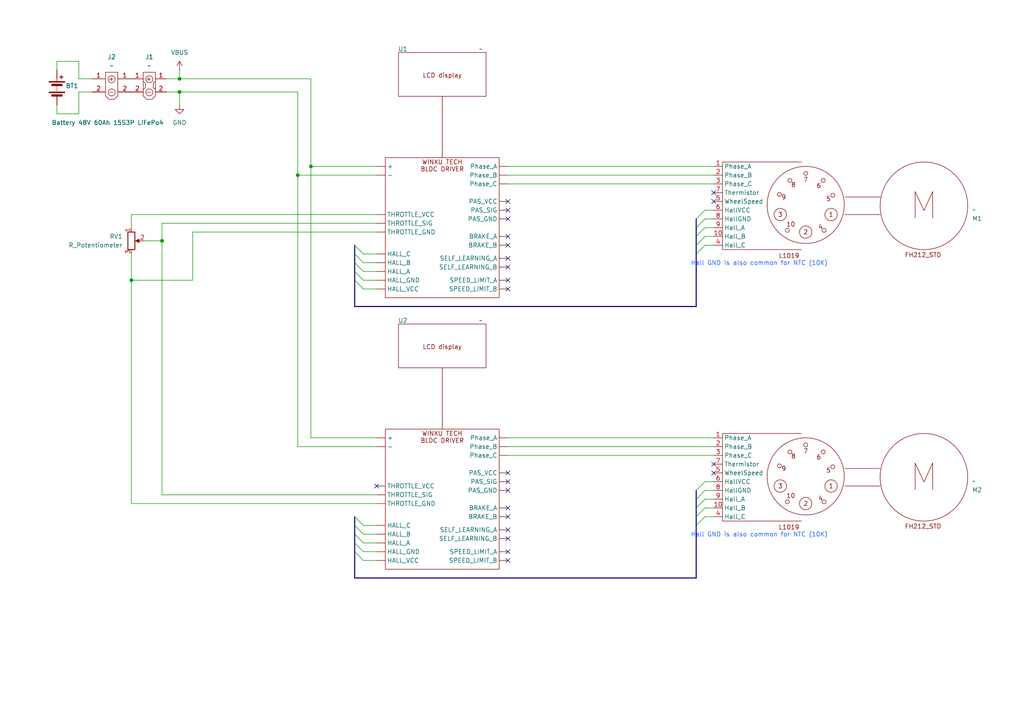
<source format=kicad_sch>
(kicad_sch (version 20250114) (generator "eeschema") (generator_version "9.0")
  (paper "A4")
  (lib_symbols
    (symbol "Device:Battery" (pin_numbers (hide yes)) (pin_names (offset 0) (hide yes))
      (property "Reference" "BT" (at 2.54 2.54 0))
      (property "Value" "Battery" (at 2.54 0 0))
      (symbol "Battery_0_1"
        (rectangle (start -2.286 1.778) (end 2.286 1.524) (fill (type outline)))
        (rectangle (start -2.286 -1.27) (end 2.286 -1.524) (fill (type outline)))
        (rectangle (start -1.524 1.016) (end 1.524 0.508) (fill (type outline)))
        (rectangle (start -1.524 -2.032) (end 1.524 -2.54) (fill (type outline)))
        (polyline (pts (xy 0 1.778) (xy 0 2.54)))
        (polyline (pts (xy 0 0) (xy 0 0.254)))
        (polyline (pts (xy 0 -0.508) (xy 0 -0.254)))
        (polyline (pts (xy 0 -1.016) (xy 0 -0.762)))
        (polyline (pts (xy 0.762 3.048) (xy 1.778 3.048)) (stroke (width 0.254)))
        (polyline (pts (xy 1.27 3.556) (xy 1.27 2.54)) (stroke (width 0.254)))
      )
      (symbol "Battery_1_1"
        (pin passive line (at 0 5.08 270) (length 2.54) (name "+") (number "1"))
        (pin passive line (at 0 -5.08 90) (length 2.54) (name "-") (number "2"))
      )
    )
    (symbol "Device:R_Potentiometer" (pin_names (offset 1.016) (hide yes))
      (property "Reference" "RV" (at -4.445 0 90))
      (property "Value" "R_Potentiometer" (at -2.54 0 90))
      (symbol "R_Potentiometer_0_1"
        (rectangle (start 1.016 2.54) (end -1.016 -2.54) (stroke (width 0.254)))
        (polyline (pts (xy 1.143 0) (xy 2.286 0.508) (xy 2.286 -0.508) (xy 1.143 0)) (fill (type outline)))
        (polyline (pts (xy 2.54 0) (xy 1.524 0)))
      )
      (symbol "R_Potentiometer_1_1"
        (pin passive line (at 0 3.81 270) (length 1.27) (name "1") (number "1"))
        (pin passive line (at 0 -3.81 90) (length 1.27) (name "3") (number "3"))
        (pin passive line (at 3.81 0 180) (length 1.27) (name "2") (number "2"))
      )
    )
    (symbol "WINXUTECH_1"
      (property "Reference" "U" (at -16.002 20.828 0))
      (symbol "WINXUTECH_1_0_1"
        (rectangle (start -16.51 20.32) (end 16.51 -20.32))
        (rectangle (start -12.7 50.8) (end 12.7 38.1))
        (polyline (pts (xy 0 20.32) (xy 0 38.1)))
      )
      (symbol "WINXUTECH_1_1_1"
        (text "LCD display" (at 0 44.196 0) (effects (font (size 1.27 1.27))))
        (text "WINXU TECH\nBLDC DRIVER" (at 0 18.034 0) (effects (font (size 1.27 1.27))))
        (pin power_in line (at -19.05 17.78 0) (length 2.54) (name "+") (number ""))
        (pin power_in line (at -19.05 15.24 0) (length 2.54) (name "-") (number ""))
        (pin input line (at -19.05 3.81 0) (length 2.54) (name "THROTTLE_VCC") (number ""))
        (pin input line (at -19.05 1.27 0) (length 2.54) (name "THROTTLE_SIG") (number ""))
        (pin input line (at -19.05 -1.27 0) (length 2.54) (name "THROTTLE_GND") (number ""))
        (pin input line (at -19.05 -7.62 0) (length 2.54) (name "HALL_C") (number ""))
        (pin input line (at -19.05 -10.16 0) (length 2.54) (name "HALL_B") (number ""))
        (pin input line (at -19.05 -12.7 0) (length 2.54) (name "HALL_A") (number ""))
        (pin power_out line (at -19.05 -15.24 0) (length 2.54) (name "HALL_GND") (number ""))
        (pin power_out line (at -19.05 -17.78 0) (length 2.54) (name "HALL_VCC") (number ""))
        (pin power_out line (at 19.05 17.78 180) (length 2.54) (name "Phase_A") (number ""))
        (pin power_out line (at 19.05 15.24 180) (length 2.54) (name "Phase_B") (number ""))
        (pin power_out line (at 19.05 12.7 180) (length 2.54) (name "Phase_C") (number ""))
        (pin input line (at 19.05 7.62 180) (length 2.54) (name "PAS_VCC") (number ""))
        (pin input line (at 19.05 5.08 180) (length 2.54) (name "PAS_SIG") (number ""))
        (pin input line (at 19.05 2.54 180) (length 2.54) (name "PAS_GND") (number ""))
        (pin input line (at 19.05 -2.54 180) (length 2.54) (name "BRAKE_A") (number ""))
        (pin input line (at 19.05 -5.08 180) (length 2.54) (name "BRAKE_B") (number ""))
        (pin input line (at 19.05 -8.89 180) (length 2.54) (name "SELF_LEARNING_A") (number ""))
        (pin input line (at 19.05 -11.43 180) (length 2.54) (name "SELF_LEARNING_B") (number ""))
        (pin input line (at 19.05 -15.24 180) (length 2.54) (name "SPEED_LIMIT_A") (number ""))
        (pin input line (at 19.05 -17.78 180) (length 2.54) (name "SPEED_LIMIT_B") (number ""))
      )
    )
    (symbol "neodrive_components:FH212_STD"
      (property "Reference" "M" (at -20.828 14.224 0))
      (symbol "FH212_STD_0_1"
        (circle (center -15.24 0) (radius 12.7))
        (polyline (pts (xy -2.54 -2.54) (xy 7.62 -2.54)))
        (polyline (pts (xy 7.62 2.54) (xy -2.54 2.54)))
        (circle (center 11.176 3.048) (radius 0.568))
        (circle (center 11.684 -2.54) (radius 1.7961))
        (circle (center 13.716 -7.112) (radius 0.568))
        (circle (center 13.97 7.366) (radius 0.568))
        (circle (center 19.05 9.398) (radius 0.568))
        (circle (center 19.05 0.254) (radius 11.176))
        (circle (center 19.05 -7.62) (radius 1.7961))
        (polyline (pts (xy 20.32 12.7) (xy 43.18 12.7) (xy 43.18 -12.7) (xy 20.32 -12.7)))
        (circle (center 23.622 7.366) (radius 0.568))
        (circle (center 24.384 -7.112) (radius 0.568))
        (circle (center 26.416 -2.54) (radius 1.7961))
        (circle (center 26.67 3.302) (radius 0.568))
      )
      (symbol "FH212_STD_1_1"
        (text "M" (at -15.24 0 0) (effects (font (size 7.62 7.62))))
        (text "FH212_STD" (at -14.986 -14.224 0) (effects (font (size 1.27 1.27))))
        (text "1" (at 11.684 -2.54 0) (effects (font (size 1.27 1.27))))
        (text "5" (at 12.446 2.032 0) (effects (font (size 1.27 1.27))))
        (text "4" (at 14.732 -6.096 0) (effects (font (size 1.27 1.27))))
        (text "6" (at 15.24 5.842 0) (effects (font (size 1.27 1.27))))
        (text "7" (at 19.05 7.62 0) (effects (font (size 1.27 1.27))))
        (text "2\n" (at 19.05 -7.62 0) (effects (font (size 1.27 1.27))))
        (text "8" (at 22.606 6.096 0) (effects (font (size 1.27 1.27))))
        (text "10" (at 23.368 -5.334 0) (effects (font (size 1.27 1.27))))
        (text "L1019" (at 23.876 -14.478 0) (effects (font (size 1.27 1.27))))
        (text "9" (at 25.4 2.54 0) (effects (font (size 1.27 1.27))))
        (text "3" (at 26.416 -2.54 0) (effects (font (size 1.27 1.27))))
        (text "Hall GND is also common for NTC (10K)" (at 32.512 -16.51 0) (effects (font (size 1.27 1.27))))
        (pin input line (at 45.72 11.43 180) (length 2.54) (name "Phase_A") (number "1"))
        (pin input line (at 45.72 8.89 180) (length 2.54) (name "Phase_B") (number "2"))
        (pin input line (at 45.72 6.35 180) (length 2.54) (name "Phase_C") (number "3"))
        (pin input line (at 45.72 3.81 180) (length 2.54) (name "Thermistor") (number "7"))
        (pin input line (at 45.72 1.27 180) (length 2.54) (name "WheelSpeed") (number "5"))
        (pin input line (at 45.72 -1.27 180) (length 2.54) (name "HallVCC") (number "6"))
        (pin input line (at 45.72 -3.81 180) (length 2.54) (name "HallGND") (number "8"))
        (pin input line (at 45.72 -6.35 180) (length 2.54) (name "Hall_A") (number "9"))
        (pin input line (at 45.72 -8.89 180) (length 2.54) (name "Hall_B") (number "10"))
        (pin input line (at 45.72 -11.43 180) (length 2.54) (name "Hall_C") (number "4"))
      )
    )
    (symbol "neodrive_components:WINXUTECH"
      (property "Reference" "U" (at -16.002 20.828 0))
      (symbol "WINXUTECH_0_1"
        (rectangle (start -16.51 20.32) (end 16.51 -20.32))
        (rectangle (start -12.7 50.8) (end 12.7 38.1))
        (polyline (pts (xy 0 20.32) (xy 0 38.1)))
      )
      (symbol "WINXUTECH_1_1"
        (text "LCD display" (at 0 44.196 0) (effects (font (size 1.27 1.27))))
        (text "WINXU TECH\nBLDC DRIVER" (at 0 18.034 0) (effects (font (size 1.27 1.27))))
        (pin power_in line (at -19.05 17.78 0) (length 2.54) (name "+") (number ""))
        (pin power_in line (at -19.05 15.24 0) (length 2.54) (name "-") (number ""))
        (pin input line (at -19.05 3.81 0) (length 2.54) (name "THROTTLE_VCC") (number ""))
        (pin input line (at -19.05 1.27 0) (length 2.54) (name "THROTTLE_SIG") (number ""))
        (pin input line (at -19.05 -1.27 0) (length 2.54) (name "THROTTLE_GND") (number ""))
        (pin input line (at -19.05 -7.62 0) (length 2.54) (name "HALL_C") (number ""))
        (pin input line (at -19.05 -10.16 0) (length 2.54) (name "HALL_B") (number ""))
        (pin input line (at -19.05 -12.7 0) (length 2.54) (name "HALL_A") (number ""))
        (pin power_out line (at -19.05 -15.24 0) (length 2.54) (name "HALL_GND") (number ""))
        (pin power_out line (at -19.05 -17.78 0) (length 2.54) (name "HALL_VCC") (number ""))
        (pin power_out line (at 19.05 17.78 180) (length 2.54) (name "Phase_A") (number ""))
        (pin power_out line (at 19.05 15.24 180) (length 2.54) (name "Phase_B") (number ""))
        (pin power_out line (at 19.05 12.7 180) (length 2.54) (name "Phase_C") (number ""))
        (pin input line (at 19.05 7.62 180) (length 2.54) (name "PAS_VCC") (number ""))
        (pin input line (at 19.05 5.08 180) (length 2.54) (name "PAS_SIG") (number ""))
        (pin input line (at 19.05 2.54 180) (length 2.54) (name "PAS_GND") (number ""))
        (pin input line (at 19.05 -2.54 180) (length 2.54) (name "BRAKE_A") (number ""))
        (pin input line (at 19.05 -5.08 180) (length 2.54) (name "BRAKE_B") (number ""))
        (pin input line (at 19.05 -8.89 180) (length 2.54) (name "SELF_LEARNING_A") (number ""))
        (pin input line (at 19.05 -11.43 180) (length 2.54) (name "SELF_LEARNING_B") (number ""))
        (pin input line (at 19.05 -15.24 180) (length 2.54) (name "SPEED_LIMIT_A") (number ""))
        (pin input line (at 19.05 -17.78 180) (length 2.54) (name "SPEED_LIMIT_B") (number ""))
      )
    )
    (symbol "neodrive_connector:XT30_FEMALE"
      (property "Reference" "J" (at -2.032 6.858 0))
      (symbol "XT30_FEMALE_0_1"
        (polyline (pts (xy -1.524 -0.508) (xy -1.016 0) (xy -1.016 1.27) (xy -1.524 1.778)))
        (circle (center 0.127 2.413) (radius 1.016))
        (circle (center 0.127 -1.397) (radius 1.016))
        (polyline (pts (xy 1.778 1.778) (xy 1.27 1.27) (xy 1.27 0) (xy 1.778 -0.508)))
        (polyline (pts (xy 1.905 4.445) (xy -1.651 4.445) (xy -1.651 -2.413) (xy -0.635 -3.429) (xy 0.889 -3.429) (xy 1.905 -2.413) (xy 1.905 4.445)))
      )
      (symbol "XT30_FEMALE_1_1"
        (text "+" (at 0 2.54 0) (effects (font (size 1.27 1.27))))
        (text "-" (at 0 -1.27 0) (effects (font (size 1.27 1.27))))
        (pin passive line (at -5.08 2.54 0) (length 3.429) (name "") (number "1"))
        (pin passive line (at -5.08 -1.27 0) (length 3.429) (name "") (number "2"))
        (pin passive line (at 5.08 2.54 180) (length 3.175) (name "") (number "1"))
        (pin passive line (at 5.08 -1.27 180) (length 3.175) (name "") (number "2"))
      )
    )
    (symbol "neodrive_connector:XT30_MALE"
      (property "Reference" "J" (at -2.032 4.318 0))
      (symbol "XT30_MALE_0_1"
        (circle (center -0.635 1.143) (radius 1.016))
        (circle (center -0.635 -2.667) (radius 1.016))
        (polyline (pts (xy 1.143 3.175) (xy -2.413 3.175) (xy -2.413 -3.683) (xy -1.397 -4.699) (xy 0.127 -4.699) (xy 1.143 -3.683) (xy 1.143 3.175)))
      )
      (symbol "XT30_MALE_1_1"
        (text "+" (at -0.762 1.27 0) (effects (font (size 1.27 1.27))))
        (text "-" (at -0.762 -2.54 0) (effects (font (size 1.27 1.27))))
        (pin passive line (at -6.35 1.27 0) (length 3.81) (name "") (number "1"))
        (pin passive line (at -6.35 -2.54 0) (length 3.81) (name "") (number "2"))
        (pin passive line (at 5.08 1.27 180) (length 3.81) (name "") (number "1"))
        (pin passive line (at 5.08 -2.54 180) (length 3.81) (name "") (number "2"))
      )
    )
    (symbol "power:GND" (power) (pin_numbers (hide yes)) (pin_names (offset 0) (hide yes))
      (property "Value" "GND" (at 0 -3.81 0))
      (symbol "GND_0_1"
        (polyline (pts (xy 0 0) (xy 0 -1.27) (xy 1.27 -1.27) (xy 0 -2.54) (xy -1.27 -1.27) (xy 0 -1.27)))
      )
      (symbol "GND_1_1"
        (pin power_in line (at 0 0 270) (length 0) (name "~") (number "1"))
      )
    )
    (symbol "power:VBUS" (power) (pin_numbers (hide yes)) (pin_names (offset 0) (hide yes))
      (property "Value" "VBUS" (at 0 3.556 0))
      (symbol "VBUS_0_1"
        (polyline (pts (xy -0.762 1.27) (xy 0 2.54)))
        (polyline (pts (xy 0 2.54) (xy 0.762 1.27)))
        (polyline (pts (xy 0 0) (xy 0 2.54)))
      )
      (symbol "VBUS_1_1"
        (pin power_in line (at 0 0 90) (length 0) (name "~") (number "1"))
      )
    )
  )
  (junction (at 46.99 69.85))
  (junction (at 52.07 22.86))
  (junction (at 52.07 26.67))
  (junction (at 86.36 50.8))
  (junction (at 38.1 81.28))
  (junction (at 90.17 48.26))
  (no_connect (at 207.01 58.42))
  (no_connect (at 147.32 74.93))
  (no_connect (at 207.01 137.16))
  (no_connect (at 147.32 71.12))
  (no_connect (at 147.32 81.28))
  (no_connect (at 147.32 68.58))
  (no_connect (at 147.32 160.02))
  (no_connect (at 147.32 147.32))
  (no_connect (at 147.32 58.42))
  (no_connect (at 147.32 156.21))
  (no_connect (at 147.32 83.82))
  (no_connect (at 207.01 55.88))
  (no_connect (at 147.32 142.24))
  (no_connect (at 207.01 134.62))
  (no_connect (at 109.22 140.97))
  (no_connect (at 147.32 60.96))
  (no_connect (at 147.32 153.67))
  (no_connect (at 147.32 162.56))
  (no_connect (at 147.32 139.7))
  (no_connect (at 147.32 77.47))
  (no_connect (at 147.32 137.16))
  (no_connect (at 147.32 149.86))
  (no_connect (at 147.32 63.5))
  (bus_entry (at 201.93 147.32) (size 2.54 -2.54))
  (bus_entry (at 102.87 160.02) (size 2.54 2.54))
  (bus_entry (at 201.93 63.5) (size 2.54 -2.54))
  (bus_entry (at 102.87 152.4) (size 2.54 2.54))
  (bus_entry (at 102.87 73.66) (size 2.54 2.54))
  (bus_entry (at 102.87 76.2) (size 2.54 2.54))
  (bus_entry (at 102.87 71.12) (size 2.54 2.54))
  (bus_entry (at 201.93 68.58) (size 2.54 -2.54))
  (bus_entry (at 201.93 152.4) (size 2.54 -2.54))
  (bus_entry (at 102.87 157.48) (size 2.54 2.54))
  (bus_entry (at 201.93 142.24) (size 2.54 -2.54))
  (bus_entry (at 102.87 81.28) (size 2.54 2.54))
  (bus_entry (at 201.93 149.86) (size 2.54 -2.54))
  (bus_entry (at 201.93 66.04) (size 2.54 -2.54))
  (bus_entry (at 201.93 71.12) (size 2.54 -2.54))
  (bus_entry (at 102.87 154.94) (size 2.54 2.54))
  (bus_entry (at 102.87 149.86) (size 2.54 2.54))
  (bus_entry (at 201.93 144.78) (size 2.54 -2.54))
  (bus_entry (at 201.93 73.66) (size 2.54 -2.54))
  (bus_entry (at 102.87 78.74) (size 2.54 2.54))
  (wire (pts (xy 86.36 129.54) (xy 109.22 129.54)))
  (bus (pts (xy 102.87 160.02) (xy 102.87 167.64)))
  (wire (pts (xy 147.32 48.26) (xy 207.01 48.26)))
  (wire (pts (xy 86.36 50.8) (xy 86.36 129.54)))
  (wire (pts (xy 105.41 154.94) (xy 109.22 154.94)))
  (wire (pts (xy 90.17 127) (xy 90.17 48.26)))
  (wire (pts (xy 204.47 63.5) (xy 207.01 63.5)))
  (wire (pts (xy 52.07 22.86) (xy 52.07 20.32)))
  (bus (pts (xy 102.87 73.66) (xy 102.87 76.2)))
  (wire (pts (xy 147.32 129.54) (xy 207.01 129.54)))
  (bus (pts (xy 201.93 71.12) (xy 201.93 73.66)))
  (wire (pts (xy 147.32 132.08) (xy 207.01 132.08)))
  (bus (pts (xy 102.87 157.48) (xy 102.87 160.02)))
  (wire (pts (xy 22.86 17.78) (xy 22.86 22.86)))
  (wire (pts (xy 105.41 162.56) (xy 109.22 162.56)))
  (wire (pts (xy 204.47 144.78) (xy 207.01 144.78)))
  (wire (pts (xy 52.07 26.67) (xy 52.07 30.48)))
  (wire (pts (xy 16.51 30.48) (xy 16.51 33.02)))
  (bus (pts (xy 201.93 152.4) (xy 201.93 167.64)))
  (wire (pts (xy 41.91 69.85) (xy 46.99 69.85)))
  (wire (pts (xy 86.36 50.8) (xy 86.36 26.67)))
  (bus (pts (xy 102.87 154.94) (xy 102.87 157.48)))
  (wire (pts (xy 109.22 127) (xy 90.17 127)))
  (wire (pts (xy 105.41 152.4) (xy 109.22 152.4)))
  (bus (pts (xy 201.93 68.58) (xy 201.93 71.12)))
  (wire (pts (xy 109.22 50.8) (xy 86.36 50.8)))
  (wire (pts (xy 22.86 33.02) (xy 22.86 26.67)))
  (wire (pts (xy 105.41 78.74) (xy 109.22 78.74)))
  (wire (pts (xy 16.51 33.02) (xy 22.86 33.02)))
  (bus (pts (xy 201.93 73.66) (xy 201.93 88.9)))
  (wire (pts (xy 38.1 81.28) (xy 38.1 73.66)))
  (wire (pts (xy 46.99 69.85) (xy 46.99 64.77)))
  (wire (pts (xy 22.86 22.86) (xy 26.67 22.86)))
  (bus (pts (xy 102.87 76.2) (xy 102.87 78.74)))
  (bus (pts (xy 102.87 81.28) (xy 102.87 88.9)))
  (bus (pts (xy 102.87 71.12) (xy 102.87 73.66)))
  (wire (pts (xy 147.32 53.34) (xy 207.01 53.34)))
  (wire (pts (xy 105.41 83.82) (xy 109.22 83.82)))
  (wire (pts (xy 204.47 68.58) (xy 207.01 68.58)))
  (wire (pts (xy 38.1 66.04) (xy 38.1 62.23)))
  (wire (pts (xy 204.47 149.86) (xy 207.01 149.86)))
  (bus (pts (xy 201.93 144.78) (xy 201.93 147.32)))
  (wire (pts (xy 55.88 67.31) (xy 55.88 81.28)))
  (wire (pts (xy 204.47 71.12) (xy 207.01 71.12)))
  (wire (pts (xy 147.32 50.8) (xy 207.01 50.8)))
  (wire (pts (xy 46.99 143.51) (xy 46.99 69.85)))
  (wire (pts (xy 105.41 76.2) (xy 109.22 76.2)))
  (bus (pts (xy 102.87 149.86) (xy 102.87 152.4)))
  (bus (pts (xy 201.93 147.32) (xy 201.93 149.86)))
  (wire (pts (xy 204.47 60.96) (xy 207.01 60.96)))
  (bus (pts (xy 201.93 63.5) (xy 201.93 66.04)))
  (wire (pts (xy 86.36 26.67) (xy 52.07 26.67)))
  (wire (pts (xy 204.47 142.24) (xy 207.01 142.24)))
  (wire (pts (xy 90.17 48.26) (xy 90.17 22.86)))
  (wire (pts (xy 109.22 143.51) (xy 46.99 143.51)))
  (bus (pts (xy 201.93 66.04) (xy 201.93 68.58)))
  (bus (pts (xy 201.93 142.24) (xy 201.93 144.78)))
  (wire (pts (xy 38.1 146.05) (xy 38.1 81.28)))
  (bus (pts (xy 201.93 149.86) (xy 201.93 152.4)))
  (wire (pts (xy 90.17 22.86) (xy 52.07 22.86)))
  (bus (pts (xy 201.93 167.64) (xy 102.87 167.64)))
  (wire (pts (xy 38.1 62.23) (xy 109.22 62.23)))
  (wire (pts (xy 204.47 66.04) (xy 207.01 66.04)))
  (wire (pts (xy 105.41 73.66) (xy 109.22 73.66)))
  (wire (pts (xy 105.41 157.48) (xy 109.22 157.48)))
  (wire (pts (xy 109.22 146.05) (xy 38.1 146.05)))
  (wire (pts (xy 48.26 26.67) (xy 52.07 26.67)))
  (wire (pts (xy 16.51 20.32) (xy 16.51 17.78)))
  (bus (pts (xy 102.87 78.74) (xy 102.87 81.28)))
  (bus (pts (xy 201.93 88.9) (xy 102.87 88.9)))
  (wire (pts (xy 46.99 64.77) (xy 109.22 64.77)))
  (wire (pts (xy 147.32 127) (xy 207.01 127)))
  (wire (pts (xy 48.26 22.86) (xy 52.07 22.86)))
  (wire (pts (xy 109.22 48.26) (xy 90.17 48.26)))
  (wire (pts (xy 16.51 17.78) (xy 22.86 17.78)))
  (wire (pts (xy 109.22 67.31) (xy 55.88 67.31)))
  (wire (pts (xy 22.86 26.67) (xy 26.67 26.67)))
  (wire (pts (xy 105.41 81.28) (xy 109.22 81.28)))
  (wire (pts (xy 105.41 160.02) (xy 109.22 160.02)))
  (bus (pts (xy 102.87 152.4) (xy 102.87 154.94)))
  (wire (pts (xy 204.47 147.32) (xy 207.01 147.32)))
  (wire (pts (xy 204.47 139.7) (xy 207.01 139.7)))
  (wire (pts (xy 55.88 81.28) (xy 38.1 81.28)))
  (symbol (lib_id "Device:R_Potentiometer") (at 38.1 69.85 0) (unit 1)
    (property "Reference" "RV1" (at 35.56 68.5799 0) (effects (justify right)))
    (property "Value" "R_Potentiometer" (at 35.56 71.1199 0) (effects (justify right)))
    (property "Description" "Potentiometer" (effects (hide yes)))
  )
  (symbol (lib_id "neodrive_connector:XT30_FEMALE") (at 43.18 25.4 0) (unit 1)
    (property "Reference" "J1" (at 43.307 16.51 0))
    (property "Value" "~" (at 43.307 19.05 0))
  )
  (symbol (lib_id "neodrive_components:FH212_STD") (at 252.73 138.43 0) (mirror y) (unit 1)
    (property "Reference" "M2" (at 281.94 142.116 0) (effects (justify right)))
    (property "Value" "~" (at 281.94 139.576 0) (effects (justify right)))
  )
  (symbol (lib_name "WINXUTECH_1") (lib_id "neodrive_components:WINXUTECH") (at 128.27 144.78 0) (unit 1)
    (property "Reference" "U2" (at 116.84 92.964 0))
    (property "Value" "~" (at 139.446 92.964 0))
  )
  (symbol (lib_id "power:VBUS") (at 52.07 20.32 0) (unit 1)
    (property "Reference" "#PWR02" (effects (hide yes)))
    (property "Value" "VBUS" (at 52.07 15.24 0))
    (property "Description" "Power symbol creates a global label with name \"VBUS\"" (effects (hide yes)))
  )
  (symbol (lib_id "neodrive_connector:XT30_MALE") (at 33.02 24.13 0) (unit 1)
    (property "Reference" "J2" (at 32.385 16.51 0))
    (property "Value" "~" (at 32.385 19.05 0))
  )
  (symbol (lib_id "neodrive_components:WINXUTECH") (at 128.27 66.04 0) (unit 1)
    (property "Reference" "U1" (at 116.84 14.224 0))
    (property "Value" "~" (at 139.446 14.224 0))
  )
  (symbol (lib_id "Device:Battery") (at 16.51 25.4 0) (unit 1)
    (property "Reference" "BT1" (at 19.05 24.892 0) (effects (justify left)))
    (property "Value" "Battery 48V 60Ah 15S3P LiFePo4" (at 14.986 35.56 0) (effects (justify left)))
    (property "Description" "Multiple-cell battery" (effects (hide yes)))
  )
  (symbol (lib_id "power:GND") (at 52.07 30.48 0) (unit 1)
    (property "Reference" "#PWR01" (effects (hide yes)))
    (property "Value" "GND" (at 52.07 35.56 0))
    (property "Description" "Power symbol creates a global label with name \"GND\" , ground" (effects (hide yes)))
  )
  (symbol (lib_id "neodrive_components:FH212_STD") (at 252.73 59.69 0) (mirror y) (unit 1)
    (property "Reference" "M1" (at 281.94 63.376 0) (effects (justify right)))
    (property "Value" "~" (at 281.94 60.836 0) (effects (justify right)))
  )
)
</source>
